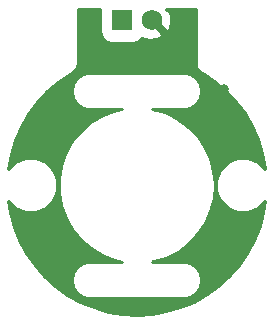
<source format=gbl>
G04 #@! TF.GenerationSoftware,KiCad,Pcbnew,6.0.0-rc1-unknown-7dfc4e3~65~ubuntu18.04.1*
G04 #@! TF.CreationDate,2018-07-28T12:07:41+05:30*
G04 #@! TF.ProjectId,airmount,6169726D6F756E742E6B696361645F70,rev?*
G04 #@! TF.SameCoordinates,Original*
G04 #@! TF.FileFunction,Copper,L2,Bot,Signal*
G04 #@! TF.FilePolarity,Positive*
%FSLAX46Y46*%
G04 Gerber Fmt 4.6, Leading zero omitted, Abs format (unit mm)*
G04 Created by KiCad (PCBNEW 6.0.0-rc1-unknown-7dfc4e3~65~ubuntu18.04.1) date Sat Jul 28 12:07:41 2018*
%MOMM*%
%LPD*%
G01*
G04 APERTURE LIST*
G04 #@! TA.AperFunction,ComponentPad*
%ADD10R,1.750000X1.750000*%
G04 #@! TD*
G04 #@! TA.AperFunction,ComponentPad*
%ADD11C,1.750000*%
G04 #@! TD*
G04 #@! TA.AperFunction,ViaPad*
%ADD12C,0.800000*%
G04 #@! TD*
G04 #@! TA.AperFunction,Conductor*
%ADD13C,0.254000*%
G04 #@! TD*
G04 APERTURE END LIST*
D10*
G04 #@! TO.P,J1,1*
G04 #@! TO.N,Net-(J1-Pad1)*
X125780800Y-74941800D03*
D11*
G04 #@! TO.P,J1,2*
G04 #@! TO.N,GND*
X128280800Y-74941800D03*
G04 #@! TD*
D12*
G04 #@! TO.N,GND*
X135991600Y-85090000D03*
X135991600Y-92710000D03*
X134112000Y-95758000D03*
X134366000Y-80772000D03*
G04 #@! TD*
D13*
G04 #@! TO.N,GND*
G36*
X123869896Y-74066800D02*
X123869896Y-75816800D01*
X123948749Y-76213223D01*
X124173305Y-76549295D01*
X124509377Y-76773851D01*
X124905800Y-76852704D01*
X126655800Y-76852704D01*
X127052223Y-76773851D01*
X127388295Y-76549295D01*
X127485648Y-76403597D01*
X128078946Y-76598620D01*
X128728349Y-76549748D01*
X129101326Y-76395256D01*
X129182890Y-76113298D01*
X128280800Y-75211208D01*
X128266658Y-75225350D01*
X127997250Y-74955942D01*
X128011392Y-74941800D01*
X127997250Y-74927658D01*
X128266658Y-74658250D01*
X128280800Y-74672392D01*
X128294942Y-74658250D01*
X128564350Y-74927658D01*
X128550208Y-74941800D01*
X129452298Y-75843890D01*
X129734256Y-75762326D01*
X129937620Y-75143654D01*
X129888748Y-74494251D01*
X129734256Y-74121274D01*
X129452300Y-74039710D01*
X129503010Y-73989000D01*
X131972546Y-73989000D01*
X131999615Y-73994385D01*
X132005001Y-74021459D01*
X132005000Y-78593449D01*
X132068301Y-78911686D01*
X132309434Y-79272566D01*
X132670313Y-79513699D01*
X132671834Y-79514001D01*
X133580461Y-80117537D01*
X134532371Y-80918929D01*
X135387429Y-81822915D01*
X136134664Y-82817892D01*
X136764459Y-83891065D01*
X137268719Y-85028628D01*
X137640962Y-86215967D01*
X137876401Y-87437812D01*
X137885928Y-87561436D01*
X137286515Y-86962023D01*
X136446314Y-86614000D01*
X135536886Y-86614000D01*
X134696685Y-86962023D01*
X134053623Y-87605085D01*
X133705600Y-88445286D01*
X133705600Y-89354714D01*
X134053623Y-90194915D01*
X134696685Y-90837977D01*
X135536886Y-91186000D01*
X136446314Y-91186000D01*
X137286515Y-90837977D01*
X137877432Y-90247060D01*
X137740637Y-91152296D01*
X137416628Y-92353690D01*
X136958697Y-93510691D01*
X136372737Y-94608407D01*
X135666276Y-95632739D01*
X134848401Y-96570509D01*
X133929623Y-97409667D01*
X132921755Y-98139423D01*
X131837758Y-98750392D01*
X130691567Y-99234721D01*
X129497913Y-99586185D01*
X128272146Y-99800264D01*
X127030020Y-99874207D01*
X125787518Y-99807062D01*
X124560599Y-99599693D01*
X123365037Y-99254764D01*
X122216207Y-98776712D01*
X121128886Y-98171685D01*
X120117039Y-97447453D01*
X119193682Y-96613334D01*
X118370692Y-95680055D01*
X117658636Y-94659603D01*
X117066680Y-93565112D01*
X116602427Y-92410636D01*
X116271848Y-91211029D01*
X116120445Y-90244937D01*
X116713485Y-90837977D01*
X117553686Y-91186000D01*
X118463114Y-91186000D01*
X119303315Y-90837977D01*
X119946377Y-90194915D01*
X120294400Y-89354714D01*
X120294400Y-88445286D01*
X120277430Y-88404316D01*
X120407609Y-88404316D01*
X120418340Y-89522150D01*
X120617260Y-90622195D01*
X120998683Y-91672998D01*
X121551702Y-92644512D01*
X122260504Y-93508958D01*
X123104823Y-94241621D01*
X124060517Y-94821550D01*
X125100260Y-95232165D01*
X125790536Y-95377000D01*
X122912903Y-95377000D01*
X122468365Y-95465424D01*
X121964258Y-95802258D01*
X121627424Y-96306365D01*
X121509144Y-96901000D01*
X121627424Y-97495635D01*
X121964258Y-97999742D01*
X122468365Y-98336576D01*
X122912903Y-98425000D01*
X131087097Y-98425000D01*
X131531635Y-98336576D01*
X132035742Y-97999742D01*
X132372576Y-97495635D01*
X132490856Y-96901000D01*
X132372576Y-96306365D01*
X132035742Y-95802258D01*
X131531635Y-95465424D01*
X131087097Y-95377000D01*
X128267058Y-95377000D01*
X128419615Y-95356780D01*
X129487219Y-95025281D01*
X130483705Y-94518641D01*
X131380581Y-93851346D01*
X132152203Y-93042478D01*
X132776508Y-92115163D01*
X133235645Y-91095917D01*
X133516486Y-90013883D01*
X133611000Y-88900000D01*
X133609782Y-88773086D01*
X133493901Y-87661222D01*
X133192340Y-86584779D01*
X132713721Y-85574535D01*
X132071729Y-84659376D01*
X131284721Y-83865470D01*
X130375199Y-83215517D01*
X129369171Y-82728100D01*
X128315581Y-82423000D01*
X131087097Y-82423000D01*
X131531635Y-82334576D01*
X132035742Y-81997742D01*
X132372576Y-81493635D01*
X132490856Y-80899000D01*
X132372576Y-80304365D01*
X132035742Y-79800258D01*
X131531635Y-79463424D01*
X131087097Y-79375000D01*
X122912903Y-79375000D01*
X122468365Y-79463424D01*
X121964258Y-79800258D01*
X121627424Y-80304365D01*
X121509144Y-80899000D01*
X121627424Y-81493635D01*
X121964258Y-81997742D01*
X122468365Y-82334576D01*
X122912903Y-82423000D01*
X125772584Y-82423000D01*
X124979048Y-82605473D01*
X123947380Y-83035971D01*
X123002995Y-83634141D01*
X122172897Y-84382877D01*
X121480821Y-85260772D01*
X120946555Y-86242723D01*
X120585375Y-87300654D01*
X120407609Y-88404316D01*
X120277430Y-88404316D01*
X119946377Y-87605085D01*
X119303315Y-86962023D01*
X118463114Y-86614000D01*
X117553686Y-86614000D01*
X116713485Y-86962023D01*
X116110950Y-87564558D01*
X116115760Y-87497346D01*
X116344511Y-86274232D01*
X116710252Y-85084872D01*
X117208278Y-83944570D01*
X117832192Y-82867969D01*
X118573972Y-81868915D01*
X119424077Y-80960258D01*
X120371574Y-80153682D01*
X121321221Y-79515383D01*
X121329687Y-79513699D01*
X121690566Y-79272566D01*
X121931699Y-78911687D01*
X121995000Y-78593450D01*
X121995000Y-74021454D01*
X122000385Y-73994385D01*
X122027454Y-73989000D01*
X123885371Y-73989000D01*
X123869896Y-74066800D01*
X123869896Y-74066800D01*
G37*
X123869896Y-74066800D02*
X123869896Y-75816800D01*
X123948749Y-76213223D01*
X124173305Y-76549295D01*
X124509377Y-76773851D01*
X124905800Y-76852704D01*
X126655800Y-76852704D01*
X127052223Y-76773851D01*
X127388295Y-76549295D01*
X127485648Y-76403597D01*
X128078946Y-76598620D01*
X128728349Y-76549748D01*
X129101326Y-76395256D01*
X129182890Y-76113298D01*
X128280800Y-75211208D01*
X128266658Y-75225350D01*
X127997250Y-74955942D01*
X128011392Y-74941800D01*
X127997250Y-74927658D01*
X128266658Y-74658250D01*
X128280800Y-74672392D01*
X128294942Y-74658250D01*
X128564350Y-74927658D01*
X128550208Y-74941800D01*
X129452298Y-75843890D01*
X129734256Y-75762326D01*
X129937620Y-75143654D01*
X129888748Y-74494251D01*
X129734256Y-74121274D01*
X129452300Y-74039710D01*
X129503010Y-73989000D01*
X131972546Y-73989000D01*
X131999615Y-73994385D01*
X132005001Y-74021459D01*
X132005000Y-78593449D01*
X132068301Y-78911686D01*
X132309434Y-79272566D01*
X132670313Y-79513699D01*
X132671834Y-79514001D01*
X133580461Y-80117537D01*
X134532371Y-80918929D01*
X135387429Y-81822915D01*
X136134664Y-82817892D01*
X136764459Y-83891065D01*
X137268719Y-85028628D01*
X137640962Y-86215967D01*
X137876401Y-87437812D01*
X137885928Y-87561436D01*
X137286515Y-86962023D01*
X136446314Y-86614000D01*
X135536886Y-86614000D01*
X134696685Y-86962023D01*
X134053623Y-87605085D01*
X133705600Y-88445286D01*
X133705600Y-89354714D01*
X134053623Y-90194915D01*
X134696685Y-90837977D01*
X135536886Y-91186000D01*
X136446314Y-91186000D01*
X137286515Y-90837977D01*
X137877432Y-90247060D01*
X137740637Y-91152296D01*
X137416628Y-92353690D01*
X136958697Y-93510691D01*
X136372737Y-94608407D01*
X135666276Y-95632739D01*
X134848401Y-96570509D01*
X133929623Y-97409667D01*
X132921755Y-98139423D01*
X131837758Y-98750392D01*
X130691567Y-99234721D01*
X129497913Y-99586185D01*
X128272146Y-99800264D01*
X127030020Y-99874207D01*
X125787518Y-99807062D01*
X124560599Y-99599693D01*
X123365037Y-99254764D01*
X122216207Y-98776712D01*
X121128886Y-98171685D01*
X120117039Y-97447453D01*
X119193682Y-96613334D01*
X118370692Y-95680055D01*
X117658636Y-94659603D01*
X117066680Y-93565112D01*
X116602427Y-92410636D01*
X116271848Y-91211029D01*
X116120445Y-90244937D01*
X116713485Y-90837977D01*
X117553686Y-91186000D01*
X118463114Y-91186000D01*
X119303315Y-90837977D01*
X119946377Y-90194915D01*
X120294400Y-89354714D01*
X120294400Y-88445286D01*
X120277430Y-88404316D01*
X120407609Y-88404316D01*
X120418340Y-89522150D01*
X120617260Y-90622195D01*
X120998683Y-91672998D01*
X121551702Y-92644512D01*
X122260504Y-93508958D01*
X123104823Y-94241621D01*
X124060517Y-94821550D01*
X125100260Y-95232165D01*
X125790536Y-95377000D01*
X122912903Y-95377000D01*
X122468365Y-95465424D01*
X121964258Y-95802258D01*
X121627424Y-96306365D01*
X121509144Y-96901000D01*
X121627424Y-97495635D01*
X121964258Y-97999742D01*
X122468365Y-98336576D01*
X122912903Y-98425000D01*
X131087097Y-98425000D01*
X131531635Y-98336576D01*
X132035742Y-97999742D01*
X132372576Y-97495635D01*
X132490856Y-96901000D01*
X132372576Y-96306365D01*
X132035742Y-95802258D01*
X131531635Y-95465424D01*
X131087097Y-95377000D01*
X128267058Y-95377000D01*
X128419615Y-95356780D01*
X129487219Y-95025281D01*
X130483705Y-94518641D01*
X131380581Y-93851346D01*
X132152203Y-93042478D01*
X132776508Y-92115163D01*
X133235645Y-91095917D01*
X133516486Y-90013883D01*
X133611000Y-88900000D01*
X133609782Y-88773086D01*
X133493901Y-87661222D01*
X133192340Y-86584779D01*
X132713721Y-85574535D01*
X132071729Y-84659376D01*
X131284721Y-83865470D01*
X130375199Y-83215517D01*
X129369171Y-82728100D01*
X128315581Y-82423000D01*
X131087097Y-82423000D01*
X131531635Y-82334576D01*
X132035742Y-81997742D01*
X132372576Y-81493635D01*
X132490856Y-80899000D01*
X132372576Y-80304365D01*
X132035742Y-79800258D01*
X131531635Y-79463424D01*
X131087097Y-79375000D01*
X122912903Y-79375000D01*
X122468365Y-79463424D01*
X121964258Y-79800258D01*
X121627424Y-80304365D01*
X121509144Y-80899000D01*
X121627424Y-81493635D01*
X121964258Y-81997742D01*
X122468365Y-82334576D01*
X122912903Y-82423000D01*
X125772584Y-82423000D01*
X124979048Y-82605473D01*
X123947380Y-83035971D01*
X123002995Y-83634141D01*
X122172897Y-84382877D01*
X121480821Y-85260772D01*
X120946555Y-86242723D01*
X120585375Y-87300654D01*
X120407609Y-88404316D01*
X120277430Y-88404316D01*
X119946377Y-87605085D01*
X119303315Y-86962023D01*
X118463114Y-86614000D01*
X117553686Y-86614000D01*
X116713485Y-86962023D01*
X116110950Y-87564558D01*
X116115760Y-87497346D01*
X116344511Y-86274232D01*
X116710252Y-85084872D01*
X117208278Y-83944570D01*
X117832192Y-82867969D01*
X118573972Y-81868915D01*
X119424077Y-80960258D01*
X120371574Y-80153682D01*
X121321221Y-79515383D01*
X121329687Y-79513699D01*
X121690566Y-79272566D01*
X121931699Y-78911687D01*
X121995000Y-78593450D01*
X121995000Y-74021454D01*
X122000385Y-73994385D01*
X122027454Y-73989000D01*
X123885371Y-73989000D01*
X123869896Y-74066800D01*
G04 #@! TD*
M02*

</source>
